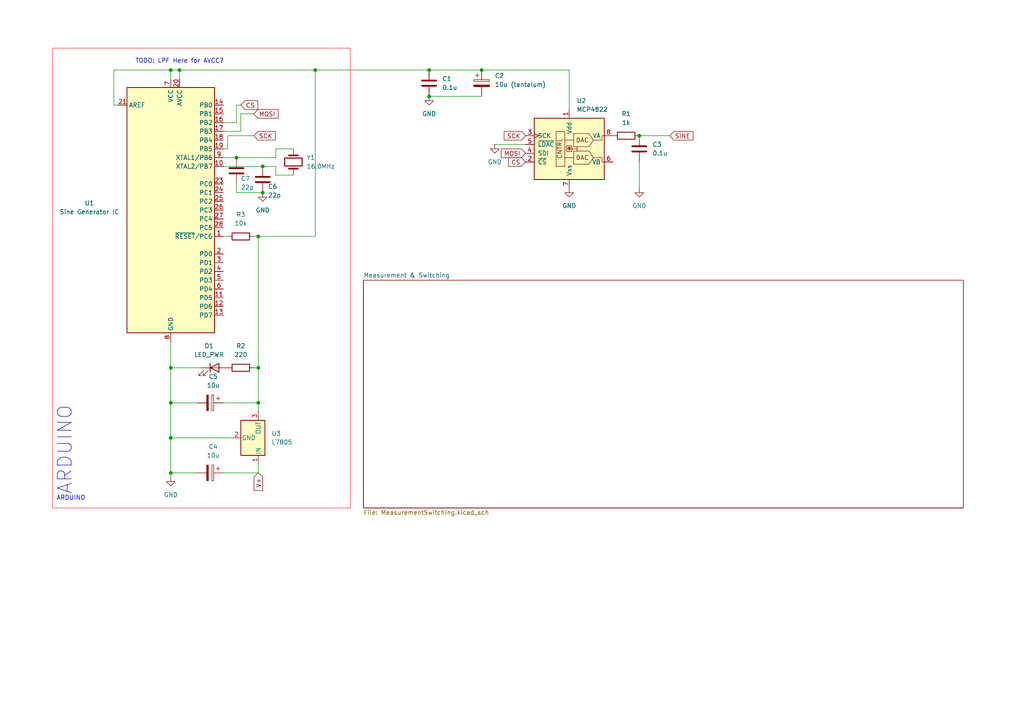
<source format=kicad_sch>
(kicad_sch (version 20250114) (generator "eeschema") (generator_version "9.0")
  (paper "A4")
  (title_block (title "Sine Generator") (date "2025-09-12") (rev "1"))
  (lib_symbols
    (symbol "Analog_DAC:MCP4822" (pin_names (offset 1.016))
      (property "Reference" "U" (at -2.54 10.795 0))
      (property "Value" "MCP4822" (at -2.54 8.89 0))
      (symbol "MCP4822_0_0"
        (polyline (pts (xy 0 -0.889) (xy 0.508 -1.397) (xy -0.508 -1.397) (xy 0 -0.889)))
        (polyline (pts (xy 0 -1.778) (xy 0 -0.635)))
        (polyline (pts (xy 0.381 -0.889) (xy 0.508 -0.762)))
        (polyline (pts (xy 0.381 -0.889) (xy -0.381 -0.889) (xy -0.508 -1.016)))
        (rectangle (start 0.762 -0.381) (end -0.762 -2.032))
        (polyline (pts (xy 0.762 -1.27) (xy 2.286 -1.27) (xy 2.286 -0.762)))
        (polyline (pts (xy 2.286 -1.143) (xy 2.286 -1.905)))
        (polyline (pts (xy 6.985 1.27) (xy 9.525 1.27) (xy 9.525 2.54) (xy 10.16 2.54)))
        (polyline (pts (xy 6.985 -3.81) (xy 9.525 -3.81) (xy 9.525 -5.08) (xy 10.16 -5.08)))
        (text "CNTRL" (at -2.032 -4.191 900) (effects (font (size 1.27 1.27)) (justify left bottom)))
        (text "DAC" (at 3.81 1.27 0) (effects (font (size 1.27 1.27))))
        (text "DAC" (at 3.81 -3.81 0) (effects (font (size 1.27 1.27))))
      )
      (symbol "MCP4822_0_1"
        (rectangle (start -10.16 7.62) (end 10.16 -10.16) (stroke (width 0.254)) (fill (type background)))
        (rectangle (start -1.27 -6.35) (end -3.81 3.81))
        (polyline (pts (xy 1.27 1.27) (xy -1.27 1.27)))
        (polyline (pts (xy 1.27 -3.81) (xy -1.27 -3.81)))
        (polyline (pts (xy 6.985 1.27) (xy 5.715 3.175) (xy 1.27 3.175) (xy 1.27 -0.635) (xy 5.715 -0.635) (xy 6.985 1.27)))
        (polyline (pts (xy 6.985 -3.81) (xy 5.715 -1.905) (xy 1.27 -1.905) (xy 1.27 -5.715) (xy 5.715 -5.715) (xy 6.985 -3.81)))
      )
      (symbol "MCP4822_1_1"
        (pin input clock (at -12.7 2.54 0) (length 2.54) (name "SCK") (number "3"))
        (pin input line (at -12.7 0 0) (length 2.54) (name "~{LDAC}") (number "5"))
        (pin input line (at -12.7 -2.54 0) (length 2.54) (name "SDI") (number "4"))
        (pin input line (at -12.7 -5.08 0) (length 2.54) (name "~{CS}") (number "2"))
        (pin power_in line (at 0 10.16 270) (length 2.54) (name "Vdd") (number "1"))
        (pin power_in line (at 0 -12.7 90) (length 2.54) (name "Vss") (number "7"))
        (pin output line (at 12.7 2.54 180) (length 2.54) (name "VA") (number "8"))
        (pin output line (at 12.7 -5.08 180) (length 2.54) (name "VB") (number "6"))
      )
    )
    (symbol "Device:C" (pin_numbers (hide yes)) (pin_names (offset 0.254))
      (property "Reference" "C" (at 0.635 2.54 0))
      (property "Value" "C" (at 0.635 -2.54 0))
      (symbol "C_0_1"
        (polyline (pts (xy -2.032 0.762) (xy 2.032 0.762)) (stroke (width 0.508)))
        (polyline (pts (xy -2.032 -0.762) (xy 2.032 -0.762)) (stroke (width 0.508)))
      )
      (symbol "C_1_1"
        (pin passive line (at 0 3.81 270) (length 2.794) (name "~") (number "1"))
        (pin passive line (at 0 -3.81 90) (length 2.794) (name "~") (number "2"))
      )
    )
    (symbol "Device:C_Polarized" (pin_numbers (hide yes)) (pin_names (offset 0.254))
      (property "Reference" "C" (at 0.635 2.54 0))
      (property "Value" "C_Polarized" (at 0.635 -2.54 0))
      (symbol "C_Polarized_0_1"
        (rectangle (start -2.286 0.508) (end 2.286 1.016))
        (polyline (pts (xy -1.778 2.286) (xy -0.762 2.286)))
        (polyline (pts (xy -1.27 2.794) (xy -1.27 1.778)))
        (rectangle (start 2.286 -0.508) (end -2.286 -1.016) (fill (type outline)))
      )
      (symbol "C_Polarized_1_1"
        (pin passive line (at 0 3.81 270) (length 2.794) (name "~") (number "1"))
        (pin passive line (at 0 -3.81 90) (length 2.794) (name "~") (number "2"))
      )
    )
    (symbol "Device:Crystal" (pin_numbers (hide yes)) (pin_names (offset 1.016) (hide yes))
      (property "Reference" "Y" (at 0 3.81 0))
      (property "Value" "Crystal" (at 0 -3.81 0))
      (symbol "Crystal_0_1"
        (polyline (pts (xy -2.54 0) (xy -1.905 0)))
        (polyline (pts (xy -1.905 -1.27) (xy -1.905 1.27)) (stroke (width 0.508)))
        (rectangle (start -1.143 2.54) (end 1.143 -2.54) (stroke (width 0.3048)))
        (polyline (pts (xy 1.905 -1.27) (xy 1.905 1.27)) (stroke (width 0.508)))
        (polyline (pts (xy 2.54 0) (xy 1.905 0)))
      )
      (symbol "Crystal_1_1"
        (pin passive line (at -3.81 0 0) (length 1.27) (name "1") (number "1"))
        (pin passive line (at 3.81 0 180) (length 1.27) (name "2") (number "2"))
      )
    )
    (symbol "Device:LED" (pin_numbers (hide yes)) (pin_names (offset 1.016) (hide yes))
      (property "Reference" "D" (at 0 2.54 0))
      (property "Value" "LED" (at 0 -2.54 0))
      (symbol "LED_0_1"
        (polyline (pts (xy -3.048 -0.762) (xy -4.572 -2.286) (xy -3.81 -2.286) (xy -4.572 -2.286) (xy -4.572 -1.524)))
        (polyline (pts (xy -1.778 -0.762) (xy -3.302 -2.286) (xy -2.54 -2.286) (xy -3.302 -2.286) (xy -3.302 -1.524)))
        (polyline (pts (xy -1.27 0) (xy 1.27 0)))
        (polyline (pts (xy -1.27 -1.27) (xy -1.27 1.27)) (stroke (width 0.254)))
        (polyline (pts (xy 1.27 -1.27) (xy 1.27 1.27) (xy -1.27 0) (xy 1.27 -1.27)) (stroke (width 0.254)))
      )
      (symbol "LED_1_1"
        (pin passive line (at -3.81 0 0) (length 2.54) (name "K") (number "1"))
        (pin passive line (at 3.81 0 180) (length 2.54) (name "A") (number "2"))
      )
    )
    (symbol "Device:R" (pin_numbers (hide yes)) (pin_names (offset 0))
      (property "Reference" "R" (at 2.032 0 90))
      (property "Value" "R" (at 0 0 90))
      (symbol "R_0_1"
        (rectangle (start -1.016 -2.54) (end 1.016 2.54) (stroke (width 0.254)))
      )
      (symbol "R_1_1"
        (pin passive line (at 0 3.81 270) (length 1.27) (name "~") (number "1"))
        (pin passive line (at 0 -3.81 90) (length 1.27) (name "~") (number "2"))
      )
    )
    (symbol "MCU_Microchip_ATmega:ATmega328P-P"
      (property "Reference" "U" (at -12.7 36.83 0))
      (property "Value" "ATmega328P-P" (at 2.54 -36.83 0))
      (symbol "ATmega328P-P_0_1"
        (rectangle (start -12.7 -35.56) (end 12.7 35.56) (stroke (width 0.254)) (fill (type background)))
      )
      (symbol "ATmega328P-P_1_1"
        (pin passive line (at -15.24 30.48 0) (length 2.54) (name "AREF") (number "21"))
        (pin power_in line (at 0 38.1 270) (length 2.54) (name "VCC") (number "7"))
        (pin passive line (at 0 -38.1 90) (length 2.54) (hide yes) (name "GND") (number "22"))
        (pin power_in line (at 0 -38.1 90) (length 2.54) (name "GND") (number "8"))
        (pin power_in line (at 2.54 38.1 270) (length 2.54) (name "AVCC") (number "20"))
        (pin bidirectional line (at 15.24 30.48 180) (length 2.54) (name "PB0") (number "14"))
        (pin bidirectional line (at 15.24 27.94 180) (length 2.54) (name "PB1") (number "15"))
        (pin bidirectional line (at 15.24 25.4 180) (length 2.54) (name "PB2") (number "16"))
        (pin bidirectional line (at 15.24 22.86 180) (length 2.54) (name "PB3") (number "17"))
        (pin bidirectional line (at 15.24 20.32 180) (length 2.54) (name "PB4") (number "18"))
        (pin bidirectional line (at 15.24 17.78 180) (length 2.54) (name "PB5") (number "19"))
        (pin bidirectional line (at 15.24 15.24 180) (length 2.54) (name "XTAL1/PB6") (number "9"))
        (pin bidirectional line (at 15.24 12.7 180) (length 2.54) (name "XTAL2/PB7") (number "10"))
        (pin bidirectional line (at 15.24 7.62 180) (length 2.54) (name "PC0") (number "23"))
        (pin bidirectional line (at 15.24 5.08 180) (length 2.54) (name "PC1") (number "24"))
        (pin bidirectional line (at 15.24 2.54 180) (length 2.54) (name "PC2") (number "25"))
        (pin bidirectional line (at 15.24 0 180) (length 2.54) (name "PC3") (number "26"))
        (pin bidirectional line (at 15.24 -2.54 180) (length 2.54) (name "PC4") (number "27"))
        (pin bidirectional line (at 15.24 -5.08 180) (length 2.54) (name "PC5") (number "28"))
        (pin bidirectional line (at 15.24 -7.62 180) (length 2.54) (name "~{RESET}/PC6") (number "1"))
        (pin bidirectional line (at 15.24 -12.7 180) (length 2.54) (name "PD0") (number "2"))
        (pin bidirectional line (at 15.24 -15.24 180) (length 2.54) (name "PD1") (number "3"))
        (pin bidirectional line (at 15.24 -17.78 180) (length 2.54) (name "PD2") (number "4"))
        (pin bidirectional line (at 15.24 -20.32 180) (length 2.54) (name "PD3") (number "5"))
        (pin bidirectional line (at 15.24 -22.86 180) (length 2.54) (name "PD4") (number "6"))
        (pin bidirectional line (at 15.24 -25.4 180) (length 2.54) (name "PD5") (number "11"))
        (pin bidirectional line (at 15.24 -27.94 180) (length 2.54) (name "PD6") (number "12"))
        (pin bidirectional line (at 15.24 -30.48 180) (length 2.54) (name "PD7") (number "13"))
      )
    )
    (symbol "Regulator_Linear:L7805" (pin_names (offset 0.254))
      (property "Reference" "U" (at -3.81 3.175 0))
      (property "Value" "L7805" (at 0 3.175 0))
      (symbol "L7805_0_1"
        (rectangle (start -5.08 1.905) (end 5.08 -5.08) (stroke (width 0.254)) (fill (type background)))
      )
      (symbol "L7805_1_1"
        (pin power_in line (at -7.62 0 0) (length 2.54) (name "IN") (number "1"))
        (pin power_in line (at 0 -7.62 90) (length 2.54) (name "GND") (number "2"))
        (pin power_out line (at 7.62 0 180) (length 2.54) (name "OUT") (number "3"))
      )
    )
    (symbol "power:GND" (power) (pin_numbers (hide yes)) (pin_names (offset 0) (hide yes))
      (property "Value" "GND" (at 0 -3.81 0))
      (symbol "GND_0_1"
        (polyline (pts (xy 0 0) (xy 0 -1.27) (xy 1.27 -1.27) (xy 0 -2.54) (xy -1.27 -1.27) (xy 0 -1.27)))
      )
      (symbol "GND_1_1"
        (pin power_in line (at 0 0 270) (length 0) (name "~") (number "1"))
      )
    )
  )
  (rectangle (start 15.24 13.97) (end 101.6 147.32) (stroke (width 0) (color 255 50 52 1)) (fill (type color)))
  (text "ARDUINO" (at 18.796 130.556 90) (effects (font (size 4 4))))
  (text "TODO: LPF Here for AVCC?" (at 52.07 17.78 0) (effects (font (size 1.27 1.27))))
  (text "ARDUINO" (at 20.574 144.526 0) (effects (font (size 1.27 1.27))))
  (junction (at 74.93 106.68))
  (junction (at 52.07 20.32))
  (junction (at 91.44 20.32))
  (junction (at 49.53 137.16))
  (junction (at 74.93 116.84))
  (junction (at 49.53 116.84))
  (junction (at 76.2 55.88))
  (junction (at 49.53 127))
  (junction (at 68.58 45.72))
  (junction (at 124.46 20.32))
  (junction (at 74.93 68.58))
  (junction (at 49.53 20.32))
  (junction (at 185.42 39.37))
  (junction (at 76.2 48.26))
  (junction (at 139.7 20.32))
  (junction (at 49.53 106.68))
  (junction (at 124.46 27.94))
  (wire (pts (xy 74.93 119.38) (xy 74.93 116.84)))
  (wire (pts (xy 66.04 39.37) (xy 66.04 43.18)))
  (wire (pts (xy 49.53 137.16) (xy 57.15 137.16)))
  (wire (pts (xy 143.51 41.91) (xy 152.4 41.91)))
  (wire (pts (xy 185.42 54.61) (xy 185.42 46.99)))
  (wire (pts (xy 80.01 43.18) (xy 80.01 45.72)))
  (wire (pts (xy 165.1 31.75) (xy 165.1 20.32)))
  (wire (pts (xy 139.7 20.32) (xy 124.46 20.32)))
  (wire (pts (xy 68.58 45.72) (xy 80.01 45.72)))
  (wire (pts (xy 52.07 20.32) (xy 91.44 20.32)))
  (wire (pts (xy 49.53 137.16) (xy 49.53 138.43)))
  (wire (pts (xy 64.77 68.58) (xy 66.04 68.58)))
  (wire (pts (xy 73.66 106.68) (xy 74.93 106.68)))
  (wire (pts (xy 73.66 39.37) (xy 66.04 39.37)))
  (wire (pts (xy 74.93 116.84) (xy 64.77 116.84)))
  (wire (pts (xy 69.85 33.02) (xy 69.85 38.1)))
  (wire (pts (xy 49.53 22.86) (xy 49.53 20.32)))
  (wire (pts (xy 185.42 39.37) (xy 194.31 39.37)))
  (wire (pts (xy 69.85 38.1) (xy 64.77 38.1)))
  (wire (pts (xy 49.53 99.06) (xy 49.53 106.68)))
  (wire (pts (xy 67.31 127) (xy 49.53 127)))
  (wire (pts (xy 68.58 30.48) (xy 68.58 35.56)))
  (wire (pts (xy 91.44 68.58) (xy 74.93 68.58)))
  (wire (pts (xy 52.07 20.32) (xy 52.07 22.86)))
  (wire (pts (xy 68.58 45.72) (xy 64.77 45.72)))
  (wire (pts (xy 80.01 50.8) (xy 85.09 50.8)))
  (wire (pts (xy 74.93 137.16) (xy 74.93 134.62)))
  (wire (pts (xy 49.53 20.32) (xy 52.07 20.32)))
  (wire (pts (xy 68.58 35.56) (xy 64.77 35.56)))
  (wire (pts (xy 49.53 106.68) (xy 58.42 106.68)))
  (wire (pts (xy 49.53 127) (xy 49.53 137.16)))
  (wire (pts (xy 73.66 68.58) (xy 74.93 68.58)))
  (wire (pts (xy 74.93 116.84) (xy 74.93 106.68)))
  (wire (pts (xy 49.53 116.84) (xy 49.53 127)))
  (wire (pts (xy 139.7 20.32) (xy 165.1 20.32)))
  (wire (pts (xy 74.93 68.58) (xy 74.93 106.68)))
  (wire (pts (xy 69.85 30.48) (xy 68.58 30.48)))
  (wire (pts (xy 64.77 48.26) (xy 76.2 48.26)))
  (wire (pts (xy 33.02 30.48) (xy 34.29 30.48)))
  (wire (pts (xy 49.53 106.68) (xy 49.53 116.84)))
  (wire (pts (xy 49.53 116.84) (xy 57.15 116.84)))
  (wire (pts (xy 80.01 43.18) (xy 85.09 43.18)))
  (wire (pts (xy 74.93 137.16) (xy 64.77 137.16)))
  (wire (pts (xy 73.66 33.02) (xy 69.85 33.02)))
  (wire (pts (xy 80.01 48.26) (xy 80.01 50.8)))
  (wire (pts (xy 91.44 20.32) (xy 91.44 68.58)))
  (wire (pts (xy 66.04 43.18) (xy 64.77 43.18)))
  (wire (pts (xy 68.58 55.88) (xy 76.2 55.88)))
  (wire (pts (xy 33.02 20.32) (xy 49.53 20.32)))
  (wire (pts (xy 91.44 20.32) (xy 124.46 20.32)))
  (wire (pts (xy 124.46 27.94) (xy 139.7 27.94)))
  (wire (pts (xy 76.2 48.26) (xy 80.01 48.26)))
  (wire (pts (xy 33.02 30.48) (xy 33.02 20.32)))
  (wire (pts (xy 68.58 53.34) (xy 68.58 55.88)))
  (global_label "MOSI" (shape input) (at 73.66 33.02 0) (property "Intersheetrefs" "${INTERSHEET_REFS}" (effects (hide yes))))
  (global_label "V+" (shape input) (at 74.93 137.16 270) (property "Intersheetrefs" "${INTERSHEET_REFS}" (effects (hide yes))))
  (global_label "SINE" (shape input) (at 194.31 39.37 0) (property "Intersheetrefs" "${INTERSHEET_REFS}" (effects (hide yes))))
  (global_label "MOSI" (shape input) (at 152.4 44.45 180) (property "Intersheetrefs" "${INTERSHEET_REFS}" (effects (hide yes))))
  (global_label "CS" (shape input) (at 152.4 46.99 180) (property "Intersheetrefs" "${INTERSHEET_REFS}" (effects (hide yes))))
  (global_label "CS" (shape input) (at 69.85 30.48 0) (property "Intersheetrefs" "${INTERSHEET_REFS}" (effects (hide yes))))
  (global_label "SCK" (shape input) (at 73.66 39.37 0) (property "Intersheetrefs" "${INTERSHEET_REFS}" (effects (hide yes))))
  (global_label "SCK" (shape input) (at 152.4 39.37 180) (property "Intersheetrefs" "${INTERSHEET_REFS}" (effects (hide yes))))
  (symbol (lib_id "power:GND") (at 49.53 138.43 0) (unit 1)
    (property "Reference" "#PWR02" (effects (hide yes)))
    (property "Value" "GND" (at 49.53 143.51 0))
    (property "Description" "Power symbol creates a global label with name \"GND\" , ground" (effects (hide yes)))
  )
  (symbol (lib_id "Device:C_Polarized") (at 139.7 24.13 0) (unit 1)
    (property "Reference" "C2" (at 143.51 21.9709 0) (effects (justify left)))
    (property "Value" "10u (tantalum)" (at 143.51 24.5109 0) (effects (justify left)))
    (property "Description" "Polarized capacitor" (effects (hide yes)))
  )
  (symbol (lib_id "Device:C") (at 68.58 49.53 0) (unit 1)
    (property "Reference" "C7" (at 69.85 51.816 0) (effects (justify left)))
    (property "Value" "22p" (at 69.85 54.356 0) (effects (justify left)))
    (property "Description" "Unpolarized capacitor" (effects (hide yes)))
  )
  (symbol (lib_id "power:GND") (at 185.42 54.61 0) (unit 1)
    (property "Reference" "#PWR04" (effects (hide yes)))
    (property "Value" "GND" (at 185.42 59.69 0))
    (property "Description" "Power symbol creates a global label with name \"GND\" , ground" (effects (hide yes)))
  )
  (symbol (lib_id "Device:C_Polarized") (at 60.96 116.84 270) (unit 1)
    (property "Reference" "C5" (at 61.849 109.22 90))
    (property "Value" "10u" (at 61.849 111.76 90))
    (property "Description" "Polarized capacitor" (effects (hide yes)))
  )
  (symbol (lib_id "Device:C") (at 76.2 52.07 0) (unit 1)
    (property "Reference" "C6" (at 77.724 54.102 0) (effects (justify left)))
    (property "Value" "22p" (at 77.724 56.642 0) (effects (justify left)))
    (property "Description" "Unpolarized capacitor" (effects (hide yes)))
  )
  (symbol (lib_id "Device:C") (at 124.46 24.13 0) (unit 1)
    (property "Reference" "C1" (at 128.27 22.8599 0) (effects (justify left)))
    (property "Value" "0.1u" (at 128.27 25.3999 0) (effects (justify left)))
    (property "Description" "Unpolarized capacitor" (effects (hide yes)))
  )
  (symbol (lib_id "Device:C") (at 185.42 43.18 0) (unit 1)
    (property "Reference" "C3" (at 189.23 41.9099 0) (effects (justify left)))
    (property "Value" "0.1u" (at 189.23 44.4499 0) (effects (justify left)))
    (property "Description" "Unpolarized capacitor" (effects (hide yes)))
  )
  (symbol (lib_id "Device:R") (at 69.85 68.58 90) (unit 1)
    (property "Reference" "R3" (at 69.85 62.23 90))
    (property "Value" "10k" (at 69.85 64.77 90))
    (property "Description" "Resistor" (effects (hide yes)))
  )
  (symbol (lib_id "Device:C_Polarized") (at 60.96 137.16 270) (unit 1)
    (property "Reference" "C4" (at 61.849 129.54 90))
    (property "Value" "10u" (at 61.849 132.08 90))
    (property "Description" "Polarized capacitor" (effects (hide yes)))
  )
  (symbol (lib_id "Device:Crystal") (at 85.09 46.99 90) (unit 1)
    (property "Reference" "Y1" (at 88.9 45.7199 90) (effects (justify right)))
    (property "Value" "16.0MHz" (at 88.9 48.2599 90) (effects (justify right)))
    (property "Description" "Two pin crystal" (effects (hide yes)))
  )
  (symbol (lib_id "Regulator_Linear:L7805") (at 74.93 127 270) (mirror x) (unit 1)
    (property "Reference" "U3" (at 78.74 125.7299 90) (effects (justify left)))
    (property "Value" "L7805" (at 78.74 128.2699 90) (effects (justify left)))
    (property "Datasheet" "http://www.st.com/content/ccc/resource/technical/document/datasheet/41/4f/b3/b0/12/d4/47/88/CD00000444.pdf/files/CD00000444.pdf/jcr:content/translations/en.CD00000444.pdf" (effects (hide yes)))
    (property "Description" "Positive 1.5A 35V Linear Regulator, Fixed Output 5V, TO-220/TO-263/TO-252" (effects (hide yes)))
  )
  (symbol (lib_id "power:GND") (at 165.1 54.61 0) (unit 1)
    (property "Reference" "#PWR05" (effects (hide yes)))
    (property "Value" "GND" (at 165.1 59.69 0))
    (property "Description" "Power symbol creates a global label with name \"GND\" , ground" (effects (hide yes)))
  )
  (symbol (lib_id "MCU_Microchip_ATmega:ATmega328P-P") (at 49.53 60.96 0) (unit 1)
    (property "Reference" "U1" (at 25.908 58.928 0))
    (property "Value" "Sine Generator IC" (at 25.908 61.468 0))
    (property "Footprint" "Package_DIP:DIP-28_W7.62mm" (effects (hide yes)))
    (property "Datasheet" "http://ww1.microchip.com/downloads/en/DeviceDoc/ATmega328_P%20AVR%20MCU%20with%20picoPower%20Technology%20Data%20Sheet%2040001984A.pdf" (effects (hide yes)))
    (property "Description" "20MHz, 32kB Flash, 2kB SRAM, 1kB EEPROM, DIP-28" (effects (hide yes)))
  )
  (symbol (lib_id "power:GND") (at 76.2 55.88 0) (unit 1)
    (property "Reference" "#PWR06" (effects (hide yes)))
    (property "Value" "GND" (at 76.2 60.96 0))
    (property "Description" "Power symbol creates a global label with name \"GND\" , ground" (effects (hide yes)))
  )
  (symbol (lib_id "power:GND") (at 124.46 27.94 0) (unit 1)
    (property "Reference" "#PWR01" (effects (hide yes)))
    (property "Value" "GND" (at 124.46 33.02 0))
    (property "Description" "Power symbol creates a global label with name \"GND\" , ground" (effects (hide yes)))
  )
  (symbol (lib_id "Device:R") (at 181.61 39.37 90) (unit 1)
    (property "Reference" "R1" (at 181.61 33.02 90))
    (property "Value" "1k" (at 181.61 35.56 90))
    (property "Description" "Resistor" (effects (hide yes)))
  )
  (symbol (lib_id "Device:LED") (at 62.23 106.68 0) (unit 1)
    (property "Reference" "D1" (at 60.6425 100.33 0))
    (property "Value" "LED_PWR" (at 60.6425 102.87 0))
    (property "Description" "Light emitting diode" (effects (hide yes)))
    (property "Sim.Pins" "1=K 2=A" (effects (hide yes)))
  )
  (symbol (lib_id "Device:R") (at 69.85 106.68 90) (unit 1)
    (property "Reference" "R2" (at 69.85 100.33 90))
    (property "Value" "220" (at 69.85 102.87 90))
    (property "Description" "Resistor" (effects (hide yes)))
  )
  (symbol (lib_id "power:GND") (at 143.51 41.91 0) (unit 1)
    (property "Reference" "#PWR03" (effects (hide yes)))
    (property "Value" "GND" (at 143.51 46.99 0))
    (property "Description" "Power symbol creates a global label with name \"GND\" , ground" (effects (hide yes)))
  )
  (symbol (lib_id "Analog_DAC:MCP4822") (at 165.1 41.91 0) (unit 1)
    (property "Reference" "U2" (at 167.2433 29.21 0) (effects (justify left)))
    (property "Value" "MCP4822" (at 167.2433 31.75 0) (effects (justify left)))
    (property "Datasheet" "http://ww1.microchip.com/downloads/en/DeviceDoc/20002249B.pdf" (effects (hide yes)))
    (property "Description" "2-Channel 12-Bit D/A Converters with SPI Interface and Internal Reference (2.048V)" (effects (hide yes)))
  )
  (sheet (at 105.41 81.28) (size 173.99 66.04) (stroke (width 0.1524))
    (property "Sheetname" "Measurement & Switching" (at 105.41 80.5684 0) (effects (justify left bottom)))
    (property "Sheetfile" "MeasurementSwitching.kicad_sch" (at 105.41 147.9046 0) (effects (justify left top)))
  )
)
</source>
